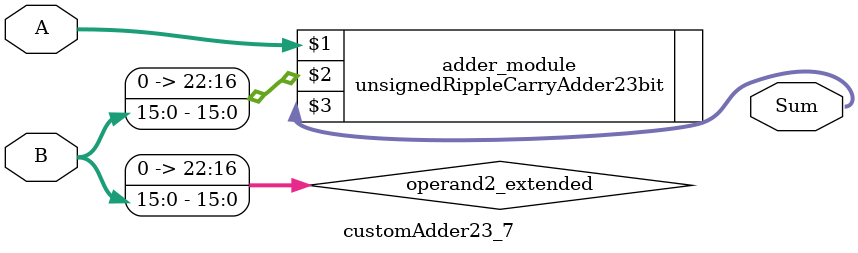
<source format=v>

module customAdder23_7(
                    input [22 : 0] A,
                    input [15 : 0] B,
                    
                    output [23 : 0] Sum
            );

    wire [22 : 0] operand2_extended;
    
    assign operand2_extended =  {7'b0, B};
    
    unsignedRippleCarryAdder23bit adder_module(
        A,
        operand2_extended,
        Sum
    );
    
endmodule
        
</source>
